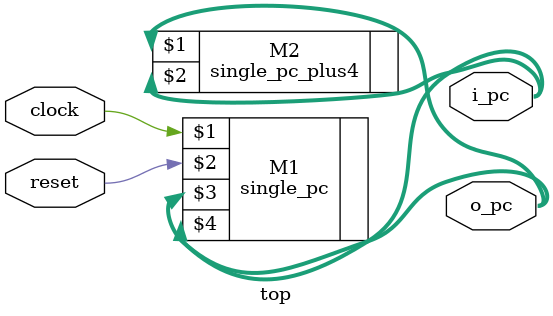
<source format=v>
`timescale 1ns / 1ps

module top(
	input  clock,
	input  reset,
	output [8:0] i_pc,
	output [8:0] o_pc
);

	single_pc M1(clock, reset, i_pc, o_pc);
	single_pc_plus4 M2(o_pc, i_pc);

endmodule

</source>
